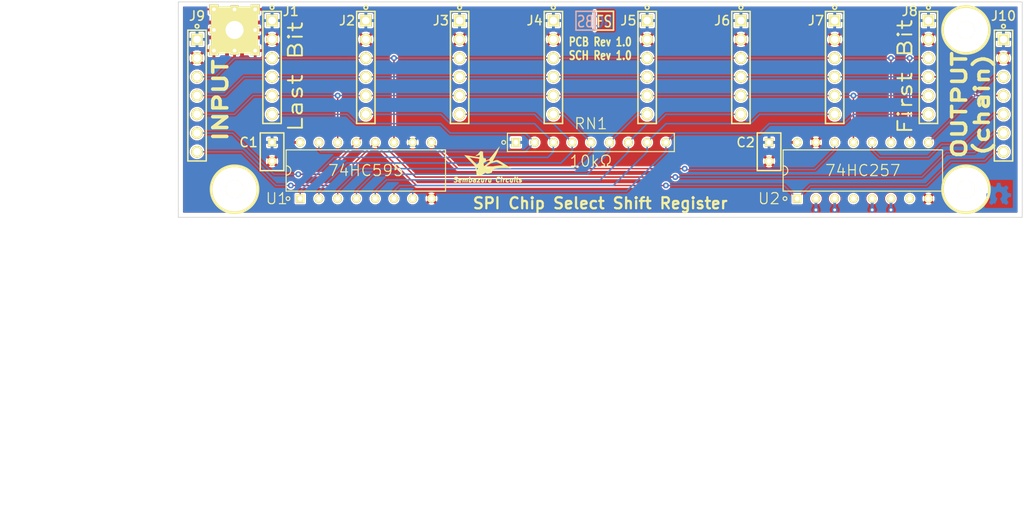
<source format=kicad_pcb>
(kicad_pcb (version 4) (host pcbnew "(2015-01-30 BZR 5397)-product")
  (title_block (title "SPI Shift Register 8 Device Select") (date "Wednesday, December 31, 2014") (rev 1.0) (company "Sembazuru Circuits") (comment 4 "v1.0 - First iteration"))
  (layers (0 F.Cu signal) (31 B.Cu signal) (34 B.Paste user) (35 F.Paste user) (36 B.SilkS user) (37 F.SilkS user) (38 B.Mask user) (39 F.Mask user) (44 Edge.Cuts user))
  (net 0 "")
  (net 1 VCC)
  (net 2 GND)
  (net 3 /MOSI)
  (net 4 /MISO)
  (net 5 /SCK)
  (net 6 /~CS1)
  (net 7 /~CS2)
  (net 8 /~CS3)
  (net 9 /~CS4)
  (net 10 /~CS5)
  (net 11 /~CS6)
  (net 12 /~CS7)
  (net 13 /~CS8)
  (net 14 /~rCS)
  (net 15 /~dCS)
  (net 16 /SCKdelayed)
  (net 17 /SerChain)
  (net 18 /MOSI/Ser)
  (module "ipc-7251TH Standard:MTGP635H244V8P" (layer F.Cu) (at 83.82 80.01)
    (fp_text reference MH1 hide)
    (fp_text value "#2 Free Fit" hide)
    (pad 0 thru_hole rect (at 0 0 180) (size 6.35 6.35) (drill 2.4384) (layers *.Cu *.Mask F.SilkS) (net 2 GND) (thermal_gap 0.254))
    (pad 0 thru_hole rect (at 0 2.794) (size 1.016 1.143) (drill 0.508) (layers *.Cu *.Mask F.SilkS) (net 2 GND))
    (pad 0 thru_hole rect (at 2.794 2.794) (size 1.27 1.27) (drill 0.508) (layers *.Cu *.Mask F.SilkS) (net 2 GND))
    (pad 0 thru_hole rect (at 2.794 0) (size 1.143 1.016) (drill 0.508) (layers *.Cu *.Mask F.SilkS) (net 2 GND))
    (pad 0 thru_hole rect (at 2.794 -2.794) (size 1.27 1.27) (drill 0.508) (layers *.Cu *.Mask F.SilkS) (net 2 GND))
    (pad 0 thru_hole rect (at 0 -2.794) (size 1.016 1.143) (drill 0.508) (layers *.Cu *.Mask F.SilkS) (net 2 GND))
    (pad 0 thru_hole rect (at -2.794 -2.794) (size 1.27 1.27) (drill 0.508) (layers *.Cu *.Mask F.SilkS) (net 2 GND))
    (pad 0 thru_hole rect (at -2.794 0) (size 1.143 1.016) (drill 0.508) (layers *.Cu *.Mask F.SilkS) (net 2 GND))
    (pad 0 thru_hole rect (at -2.794 2.794) (size 1.27 1.27) (drill 0.508) (layers *.Cu *.Mask F.SilkS) (net 2 GND))
  )
  (module "ipc-7251TH Standard:CAPRR254W51L508T318H660P" (layer F.Cu) (at 88.9 96.52 270)
    (fp_text reference C1 (at -1.27 3.175 360) (layer F.SilkS) (effects (font (size 1.27 1.27) (thickness 0.2032))))
    (fp_text value 0.1µF hide)
    (pad 1 thru_hole rect (at -1.27 0 270) (size 1.12014 1.12014) (drill 0.70104) (layers *.Cu *.Mask F.SilkS) (net 1 VCC))
    (pad 2 thru_hole circle (at 1.27 0 270) (size 1.19888 1.19888) (drill 0.70104) (layers *.Cu *.Mask F.SilkS) (net 2 GND))
  )
  (module "ipc-7251TH Standard:CAPRR254W51L508T318H660P" (layer F.Cu) (at 156.21 96.52 270)
    (fp_text reference C2 (at -1.27 3.175 360) (layer F.SilkS) (effects (font (size 1.27 1.27) (thickness 0.2032))))
    (fp_text value 0.1µF hide)
    (pad 1 thru_hole rect (at -1.27 0 270) (size 1.12014 1.12014) (drill 0.70104) (layers *.Cu *.Mask F.SilkS) (net 1 VCC))
    (pad 2 thru_hole circle (at 1.27 0 270) (size 1.19888 1.19888) (drill 0.70104) (layers *.Cu *.Mask F.SilkS) (net 2 GND))
  )
  (module "ipc-7251TH Standard:HDRV6W64P254_1X6_1524X254X1016P" (layer F.Cu) (at 88.9 85.09 270)
    (fp_text reference J1 (at -7.62 -2.54 360) (layer F.SilkS) (effects (font (size 1.27 1.27) (thickness 0.2032))))
    (fp_text value CONN_06 hide)
    (pad 1 thru_hole rect (at -6.35 0 270) (size 1.6002 1.6002) (drill 1.04902) (layers *.Cu *.Mask F.SilkS) (net 1 VCC))
    (pad 2 thru_hole circle (at -3.81 0 270) (size 1.6002 1.6002) (drill 1.04902) (layers *.Cu *.Mask F.SilkS) (net 2 GND))
    (pad 3 thru_hole circle (at -1.27 0 270) (size 1.6002 1.6002) (drill 1.04902) (layers *.Cu *.Mask F.SilkS) (net 5 /SCK))
    (pad 4 thru_hole circle (at 1.27 0 270) (size 1.6002 1.6002) (drill 1.04902) (layers *.Cu *.Mask F.SilkS) (net 4 /MISO))
    (pad 5 thru_hole circle (at 3.81 0 270) (size 1.6002 1.6002) (drill 1.04902) (layers *.Cu *.Mask F.SilkS) (net 3 /MOSI))
    (pad 6 thru_hole circle (at 6.35 0 270) (size 1.6002 1.6002) (drill 1.04902) (layers *.Cu *.Mask F.SilkS) (net 6 /~CS1))
  )
  (module "ipc-7251TH Standard:HDRV6W64P254_1X6_1524X254X1016P" (layer F.Cu) (at 101.6 85.09 270)
    (fp_text reference J2 (at -6.35 2.54 360) (layer F.SilkS) (effects (font (size 1.27 1.27) (thickness 0.2032))))
    (fp_text value CONN_06 hide)
    (pad 1 thru_hole rect (at -6.35 0 270) (size 1.6002 1.6002) (drill 1.04902) (layers *.Cu *.Mask F.SilkS) (net 1 VCC))
    (pad 2 thru_hole circle (at -3.81 0 270) (size 1.6002 1.6002) (drill 1.04902) (layers *.Cu *.Mask F.SilkS) (net 2 GND))
    (pad 3 thru_hole circle (at -1.27 0 270) (size 1.6002 1.6002) (drill 1.04902) (layers *.Cu *.Mask F.SilkS) (net 5 /SCK))
    (pad 4 thru_hole circle (at 1.27 0 270) (size 1.6002 1.6002) (drill 1.04902) (layers *.Cu *.Mask F.SilkS) (net 4 /MISO))
    (pad 5 thru_hole circle (at 3.81 0 270) (size 1.6002 1.6002) (drill 1.04902) (layers *.Cu *.Mask F.SilkS) (net 3 /MOSI))
    (pad 6 thru_hole circle (at 6.35 0 270) (size 1.6002 1.6002) (drill 1.04902) (layers *.Cu *.Mask F.SilkS) (net 7 /~CS2))
  )
  (module "ipc-7251TH Standard:HDRV6W64P254_1X6_1524X254X1016P" (layer F.Cu) (at 114.3 85.09 270)
    (fp_text reference J3 (at -6.35 2.54 360) (layer F.SilkS) (effects (font (size 1.27 1.27) (thickness 0.2032))))
    (fp_text value CONN_06 hide)
    (pad 1 thru_hole rect (at -6.35 0 270) (size 1.6002 1.6002) (drill 1.04902) (layers *.Cu *.Mask F.SilkS) (net 1 VCC))
    (pad 2 thru_hole circle (at -3.81 0 270) (size 1.6002 1.6002) (drill 1.04902) (layers *.Cu *.Mask F.SilkS) (net 2 GND))
    (pad 3 thru_hole circle (at -1.27 0 270) (size 1.6002 1.6002) (drill 1.04902) (layers *.Cu *.Mask F.SilkS) (net 5 /SCK))
    (pad 4 thru_hole circle (at 1.27 0 270) (size 1.6002 1.6002) (drill 1.04902) (layers *.Cu *.Mask F.SilkS) (net 4 /MISO))
    (pad 5 thru_hole circle (at 3.81 0 270) (size 1.6002 1.6002) (drill 1.04902) (layers *.Cu *.Mask F.SilkS) (net 3 /MOSI))
    (pad 6 thru_hole circle (at 6.35 0 270) (size 1.6002 1.6002) (drill 1.04902) (layers *.Cu *.Mask F.SilkS) (net 8 /~CS3))
  )
  (module "ipc-7251TH Standard:HDRV6W64P254_1X6_1524X254X1016P" (layer F.Cu) (at 127 85.09 270)
    (fp_text reference J4 (at -6.35 2.54 360) (layer F.SilkS) (effects (font (size 1.27 1.27) (thickness 0.2032))))
    (fp_text value CONN_06 hide)
    (pad 1 thru_hole rect (at -6.35 0 270) (size 1.6002 1.6002) (drill 1.04902) (layers *.Cu *.Mask F.SilkS) (net 1 VCC))
    (pad 2 thru_hole circle (at -3.81 0 270) (size 1.6002 1.6002) (drill 1.04902) (layers *.Cu *.Mask F.SilkS) (net 2 GND))
    (pad 3 thru_hole circle (at -1.27 0 270) (size 1.6002 1.6002) (drill 1.04902) (layers *.Cu *.Mask F.SilkS) (net 5 /SCK))
    (pad 4 thru_hole circle (at 1.27 0 270) (size 1.6002 1.6002) (drill 1.04902) (layers *.Cu *.Mask F.SilkS) (net 4 /MISO))
    (pad 5 thru_hole circle (at 3.81 0 270) (size 1.6002 1.6002) (drill 1.04902) (layers *.Cu *.Mask F.SilkS) (net 3 /MOSI))
    (pad 6 thru_hole circle (at 6.35 0 270) (size 1.6002 1.6002) (drill 1.04902) (layers *.Cu *.Mask F.SilkS) (net 9 /~CS4))
  )
  (module "ipc-7251TH Standard:HDRV6W64P254_1X6_1524X254X1016P" (layer F.Cu) (at 139.7 85.09 270)
    (fp_text reference J5 (at -6.35 2.54 360) (layer F.SilkS) (effects (font (size 1.27 1.27) (thickness 0.2032))))
    (fp_text value CONN_06 hide)
    (pad 1 thru_hole rect (at -6.35 0 270) (size 1.6002 1.6002) (drill 1.04902) (layers *.Cu *.Mask F.SilkS) (net 1 VCC))
    (pad 2 thru_hole circle (at -3.81 0 270) (size 1.6002 1.6002) (drill 1.04902) (layers *.Cu *.Mask F.SilkS) (net 2 GND))
    (pad 3 thru_hole circle (at -1.27 0 270) (size 1.6002 1.6002) (drill 1.04902) (layers *.Cu *.Mask F.SilkS) (net 5 /SCK))
    (pad 4 thru_hole circle (at 1.27 0 270) (size 1.6002 1.6002) (drill 1.04902) (layers *.Cu *.Mask F.SilkS) (net 4 /MISO))
    (pad 5 thru_hole circle (at 3.81 0 270) (size 1.6002 1.6002) (drill 1.04902) (layers *.Cu *.Mask F.SilkS) (net 3 /MOSI))
    (pad 6 thru_hole circle (at 6.35 0 270) (size 1.6002 1.6002) (drill 1.04902) (layers *.Cu *.Mask F.SilkS) (net 10 /~CS5))
  )
  (module "ipc-7251TH Standard:HDRV6W64P254_1X6_1524X254X1016P" (layer F.Cu) (at 152.4 85.09 270)
    (fp_text reference J6 (at -6.35 2.54 360) (layer F.SilkS) (effects (font (size 1.27 1.27) (thickness 0.2032))))
    (fp_text value CONN_06 hide)
    (pad 1 thru_hole rect (at -6.35 0 270) (size 1.6002 1.6002) (drill 1.04902) (layers *.Cu *.Mask F.SilkS) (net 1 VCC))
    (pad 2 thru_hole circle (at -3.81 0 270) (size 1.6002 1.6002) (drill 1.04902) (layers *.Cu *.Mask F.SilkS) (net 2 GND))
    (pad 3 thru_hole circle (at -1.27 0 270) (size 1.6002 1.6002) (drill 1.04902) (layers *.Cu *.Mask F.SilkS) (net 5 /SCK))
    (pad 4 thru_hole circle (at 1.27 0 270) (size 1.6002 1.6002) (drill 1.04902) (layers *.Cu *.Mask F.SilkS) (net 4 /MISO))
    (pad 5 thru_hole circle (at 3.81 0 270) (size 1.6002 1.6002) (drill 1.04902) (layers *.Cu *.Mask F.SilkS) (net 3 /MOSI))
    (pad 6 thru_hole circle (at 6.35 0 270) (size 1.6002 1.6002) (drill 1.04902) (layers *.Cu *.Mask F.SilkS) (net 11 /~CS6))
  )
  (module "ipc-7251TH Standard:HDRV6W64P254_1X6_1524X254X1016P" (layer F.Cu) (at 165.1 85.09 270)
    (fp_text reference J7 (at -6.35 2.54 360) (layer F.SilkS) (effects (font (size 1.27 1.27) (thickness 0.2032))))
    (fp_text value CONN_06 hide)
    (pad 1 thru_hole rect (at -6.35 0 270) (size 1.6002 1.6002) (drill 1.04902) (layers *.Cu *.Mask F.SilkS) (net 1 VCC))
    (pad 2 thru_hole circle (at -3.81 0 270) (size 1.6002 1.6002) (drill 1.04902) (layers *.Cu *.Mask F.SilkS) (net 2 GND))
    (pad 3 thru_hole circle (at -1.27 0 270) (size 1.6002 1.6002) (drill 1.04902) (layers *.Cu *.Mask F.SilkS) (net 5 /SCK))
    (pad 4 thru_hole circle (at 1.27 0 270) (size 1.6002 1.6002) (drill 1.04902) (layers *.Cu *.Mask F.SilkS) (net 4 /MISO))
    (pad 5 thru_hole circle (at 3.81 0 270) (size 1.6002 1.6002) (drill 1.04902) (layers *.Cu *.Mask F.SilkS) (net 3 /MOSI))
    (pad 6 thru_hole circle (at 6.35 0 270) (size 1.6002 1.6002) (drill 1.04902) (layers *.Cu *.Mask F.SilkS) (net 12 /~CS7))
  )
  (module "ipc-7251TH Standard:HDRV6W64P254_1X6_1524X254X1016P" (layer F.Cu) (at 177.8 85.09 270)
    (fp_text reference J8 (at -7.62 2.54 360) (layer F.SilkS) (effects (font (size 1.27 1.27) (thickness 0.2032))))
    (fp_text value CONN_06 hide)
    (pad 1 thru_hole rect (at -6.35 0 270) (size 1.6002 1.6002) (drill 1.04902) (layers *.Cu *.Mask F.SilkS) (net 1 VCC))
    (pad 2 thru_hole circle (at -3.81 0 270) (size 1.6002 1.6002) (drill 1.04902) (layers *.Cu *.Mask F.SilkS) (net 2 GND))
    (pad 3 thru_hole circle (at -1.27 0 270) (size 1.6002 1.6002) (drill 1.04902) (layers *.Cu *.Mask F.SilkS) (net 5 /SCK))
    (pad 4 thru_hole circle (at 1.27 0 270) (size 1.6002 1.6002) (drill 1.04902) (layers *.Cu *.Mask F.SilkS) (net 4 /MISO))
    (pad 5 thru_hole circle (at 3.81 0 270) (size 1.6002 1.6002) (drill 1.04902) (layers *.Cu *.Mask F.SilkS) (net 3 /MOSI))
    (pad 6 thru_hole circle (at 6.35 0 270) (size 1.6002 1.6002) (drill 1.04902) (layers *.Cu *.Mask F.SilkS) (net 13 /~CS8))
  )
  (module "ipc-7251TH Standard:HDRV7W64P254_1X7_1778X254X1016P" (layer F.Cu) (at 78.74 88.9 270)
    (fp_text reference J9 (at -10.795 0 360) (layer F.SilkS) (effects (font (size 1.27 1.27) (thickness 0.2032))))
    (fp_text value CONN_07 hide)
    (pad 7 thru_hole circle (at 7.62 0 270) (size 1.6002 1.6002) (drill 1.04902) (layers *.Cu *.Mask F.SilkS) (net 14 /~rCS))
    (pad 1 thru_hole rect (at -7.62 0 270) (size 1.6002 1.6002) (drill 1.04902) (layers *.Cu *.Mask F.SilkS) (net 1 VCC))
    (pad 2 thru_hole circle (at -5.08 0 270) (size 1.6002 1.6002) (drill 1.04902) (layers *.Cu *.Mask F.SilkS) (net 2 GND))
    (pad 3 thru_hole circle (at -2.54 0 270) (size 1.6002 1.6002) (drill 1.04902) (layers *.Cu *.Mask F.SilkS) (net 5 /SCK))
    (pad 4 thru_hole circle (at 0 0 270) (size 1.6002 1.6002) (drill 1.04902) (layers *.Cu *.Mask F.SilkS) (net 4 /MISO))
    (pad 5 thru_hole circle (at 2.54 0 270) (size 1.6002 1.6002) (drill 1.04902) (layers *.Cu *.Mask F.SilkS) (net 3 /MOSI))
    (pad 6 thru_hole circle (at 5.08 0 270) (size 1.6002 1.6002) (drill 1.04902) (layers *.Cu *.Mask F.SilkS) (net 15 /~dCS))
  )
  (module "ipc-7251TH Standard:HDRV7W64P254_1X7_1778X254X1016P" (layer F.Cu) (at 187.96 88.9 270)
    (fp_text reference J10 (at -10.795 0 360) (layer F.SilkS) (effects (font (size 1.27 1.27) (thickness 0.2032))))
    (fp_text value CONN_07 hide)
    (pad 7 thru_hole circle (at 7.62 0 270) (size 1.6002 1.6002) (drill 1.04902) (layers *.Cu *.Mask F.SilkS) (net 14 /~rCS))
    (pad 1 thru_hole rect (at -7.62 0 270) (size 1.6002 1.6002) (drill 1.04902) (layers *.Cu *.Mask F.SilkS) (net 1 VCC))
    (pad 2 thru_hole circle (at -5.08 0 270) (size 1.6002 1.6002) (drill 1.04902) (layers *.Cu *.Mask F.SilkS) (net 2 GND))
    (pad 3 thru_hole circle (at -2.54 0 270) (size 1.6002 1.6002) (drill 1.04902) (layers *.Cu *.Mask F.SilkS) (net 16 /SCKdelayed))
    (pad 4 thru_hole circle (at 0 0 270) (size 1.6002 1.6002) (drill 1.04902) (layers *.Cu *.Mask F.SilkS) (net 4 /MISO))
    (pad 5 thru_hole circle (at 2.54 0 270) (size 1.6002 1.6002) (drill 1.04902) (layers *.Cu *.Mask F.SilkS) (net 18 /MOSI/Ser))
    (pad 6 thru_hole circle (at 5.08 0 270) (size 1.6002 1.6002) (drill 1.04902) (layers *.Cu *.Mask F.SilkS) (net 15 /~dCS))
  )
  (module "ipc-7251TH Standard:DIP762W52P254L2159H381Q16C" (layer F.Cu) (at 101.6 99.06 90)
    (fp_text reference U1 (at -3.81 -12.065 180) (layer F.SilkS) (effects (font (size 1.5 1.5))))
    (fp_text value 74HC595 (at 0 0 180) (layer F.SilkS) (effects (font (size 1.5 1.5))))
    (pad 1 thru_hole rect (at -3.81 -8.89 90) (size 1.17 1.17) (drill 0.67) (layers *.Cu *.Mask F.SilkS) (net 7 /~CS2))
    (pad 2 thru_hole circle (at -3.81 -6.35 90) (size 1.17 1.17) (drill 0.67) (layers *.Cu *.Mask F.SilkS) (net 8 /~CS3))
    (pad 3 thru_hole circle (at -3.81 -3.81 90) (size 1.17 1.17) (drill 0.67) (layers *.Cu *.Mask F.SilkS) (net 9 /~CS4))
    (pad 4 thru_hole circle (at -3.81 -1.27 90) (size 1.17 1.17) (drill 0.67) (layers *.Cu *.Mask F.SilkS) (net 10 /~CS5))
    (pad 5 thru_hole circle (at -3.81 1.27 90) (size 1.17 1.17) (drill 0.67) (layers *.Cu *.Mask F.SilkS) (net 11 /~CS6))
    (pad 6 thru_hole circle (at -3.81 3.81 90) (size 1.17 1.17) (drill 0.67) (layers *.Cu *.Mask F.SilkS) (net 12 /~CS7))
    (pad 7 thru_hole circle (at -3.81 6.35 90) (size 1.17 1.17) (drill 0.67) (layers *.Cu *.Mask F.SilkS) (net 13 /~CS8))
    (pad 8 thru_hole circle (at -3.81 8.89 90) (size 1.17 1.17) (drill 0.67) (layers *.Cu *.Mask F.SilkS) (net 2 GND))
    (pad 9 thru_hole circle (at 3.81 8.89 90) (size 1.17 1.17) (drill 0.67) (layers *.Cu *.Mask F.SilkS) (net 17 /SerChain))
    (pad 10 thru_hole circle (at 3.81 6.35 90) (size 1.17 1.17) (drill 0.67) (layers *.Cu *.Mask F.SilkS) (net 1 VCC))
    (pad 11 thru_hole circle (at 3.81 3.81 90) (size 1.17 1.17) (drill 0.67) (layers *.Cu *.Mask F.SilkS) (net 5 /SCK))
    (pad 12 thru_hole circle (at 3.81 1.27 90) (size 1.17 1.17) (drill 0.67) (layers *.Cu *.Mask F.SilkS) (net 14 /~rCS))
    (pad 13 thru_hole circle (at 3.81 -1.27 90) (size 1.17 1.17) (drill 0.67) (layers *.Cu *.Mask F.SilkS) (net 15 /~dCS))
    (pad 14 thru_hole circle (at 3.81 -3.81 90) (size 1.17 1.17) (drill 0.67) (layers *.Cu *.Mask F.SilkS) (net 3 /MOSI))
    (pad 15 thru_hole circle (at 3.81 -6.35 90) (size 1.17 1.17) (drill 0.67) (layers *.Cu *.Mask F.SilkS) (net 6 /~CS1))
    (pad 16 thru_hole circle (at 3.81 -8.89 90) (size 1.17 1.17) (drill 0.67) (layers *.Cu *.Mask F.SilkS) (net 1 VCC))
  )
  (module "ipc-7251TH Standard:DIP762W52P254L2159H381Q16C" (layer F.Cu) (at 168.91 99.06 90)
    (fp_text reference U2 (at -3.81 -12.7 180) (layer F.SilkS) (effects (font (size 1.5 1.5))))
    (fp_text value 74HC257 (at 0 0 180) (layer F.SilkS) (effects (font (size 1.5 1.5))))
    (pad 1 thru_hole rect (at -3.81 -8.89 90) (size 1.17 1.17) (drill 0.67) (layers *.Cu *.Mask F.SilkS) (net 14 /~rCS))
    (pad 2 thru_hole circle (at -3.81 -6.35 90) (size 1.17 1.17) (drill 0.67) (layers *.Cu *.Mask F.SilkS) (net 2 GND))
    (pad 3 thru_hole circle (at -3.81 -3.81 90) (size 1.17 1.17) (drill 0.67) (layers *.Cu *.Mask F.SilkS) (net 2 GND))
    (pad 4 thru_hole circle (at -3.81 -1.27 90) (size 1.17 1.17) (drill 0.67) (layers *.Cu *.Mask F.SilkS))
    (pad 5 thru_hole circle (at -3.81 1.27 90) (size 1.17 1.17) (drill 0.67) (layers *.Cu *.Mask F.SilkS) (net 2 GND))
    (pad 6 thru_hole circle (at -3.81 3.81 90) (size 1.17 1.17) (drill 0.67) (layers *.Cu *.Mask F.SilkS) (net 2 GND))
    (pad 7 thru_hole circle (at -3.81 6.35 90) (size 1.17 1.17) (drill 0.67) (layers *.Cu *.Mask F.SilkS))
    (pad 8 thru_hole circle (at -3.81 8.89 90) (size 1.17 1.17) (drill 0.67) (layers *.Cu *.Mask F.SilkS) (net 2 GND))
    (pad 9 thru_hole circle (at 3.81 8.89 90) (size 1.17 1.17) (drill 0.67) (layers *.Cu *.Mask F.SilkS) (net 16 /SCKdelayed))
    (pad 10 thru_hole circle (at 3.81 6.35 90) (size 1.17 1.17) (drill 0.67) (layers *.Cu *.Mask F.SilkS) (net 5 /SCK))
    (pad 11 thru_hole circle (at 3.81 3.81 90) (size 1.17 1.17) (drill 0.67) (layers *.Cu *.Mask F.SilkS) (net 5 /SCK))
    (pad 12 thru_hole circle (at 3.81 1.27 90) (size 1.17 1.17) (drill 0.67) (layers *.Cu *.Mask F.SilkS) (net 18 /MOSI/Ser))
    (pad 13 thru_hole circle (at 3.81 -1.27 90) (size 1.17 1.17) (drill 0.67) (layers *.Cu *.Mask F.SilkS) (net 3 /MOSI))
    (pad 14 thru_hole circle (at 3.81 -3.81 90) (size 1.17 1.17) (drill 0.67) (layers *.Cu *.Mask F.SilkS) (net 17 /SerChain))
    (pad 15 thru_hole circle (at 3.81 -6.35 90) (size 1.17 1.17) (drill 0.67) (layers *.Cu *.Mask F.SilkS) (net 2 GND))
    (pad 16 thru_hole circle (at 3.81 -8.89 90) (size 1.17 1.17) (drill 0.67) (layers *.Cu *.Mask F.SilkS) (net 1 VCC))
  )
  (module "ipc-7251TH Standard:SIP249W55P254L2261H495Q9C" (layer F.Cu) (at 132.08 95.25)
    (fp_text reference RN1 (at 0 -2.54) (layer F.SilkS) (effects (font (size 1.5 1.5))))
    (fp_text value 10kΩ (at 0 2.54) (layer F.SilkS) (effects (font (size 1.5 1.5))))
    (pad 1 thru_hole rect (at -10.16 0) (size 1.2 1.2) (drill 0.7) (layers *.Cu *.Mask F.SilkS) (net 1 VCC))
    (pad 2 thru_hole circle (at -7.62 0) (size 1.2 1.2) (drill 0.7) (layers *.Cu *.Mask F.SilkS) (net 6 /~CS1))
    (pad 3 thru_hole circle (at -5.08 0) (size 1.2 1.2) (drill 0.7) (layers *.Cu *.Mask F.SilkS) (net 7 /~CS2))
    (pad 4 thru_hole circle (at -2.54 0) (size 1.2 1.2) (drill 0.7) (layers *.Cu *.Mask F.SilkS) (net 8 /~CS3))
    (pad 5 thru_hole circle (at 0 0) (size 1.2 1.2) (drill 0.7) (layers *.Cu *.Mask F.SilkS) (net 9 /~CS4))
    (pad 6 thru_hole circle (at 2.54 0) (size 1.2 1.2) (drill 0.7) (layers *.Cu *.Mask F.SilkS) (net 10 /~CS5))
    (pad 7 thru_hole circle (at 5.08 0) (size 1.2 1.2) (drill 0.7) (layers *.Cu *.Mask F.SilkS) (net 11 /~CS6))
    (pad 8 thru_hole circle (at 7.62 0) (size 1.2 1.2) (drill 0.7) (layers *.Cu *.Mask F.SilkS) (net 12 /~CS7))
    (pad 9 thru_hole circle (at 10.16 0) (size 1.2 1.2) (drill 0.7) (layers *.Cu *.Mask F.SilkS) (net 13 /~CS8))
  )
  (module Logos:OSHW_03mm_copper (layer B.Cu) (at 187.325 102.235 180)
    (fp_text reference G*** hide)
    (fp_text value LOGO hide)
    (fp_poly (pts (xy -1.01092 -1.4986) (xy -0.99314 -1.48844) (xy -0.95504 -1.46558) (xy -0.89916 -1.42748) (xy -0.83312 -1.3843) (xy -0.76708 -1.33858) (xy -0.7112 -1.30302) (xy -0.6731 -1.27762) (xy -0.65786 -1.27) (xy -0.65024 -1.27254) (xy -0.61722 -1.28778) (xy -0.57404 -1.31064) (xy -0.5461 -1.32588) (xy -0.50546 -1.34366) (xy -0.4826 -1.3462) (xy -0.48006 -1.34112) (xy -0.46482 -1.31064) (xy -0.44196 -1.25476) (xy -0.40894 -1.18364) (xy -0.37338 -1.09728) (xy -0.33528 -1.00584) (xy -0.29464 -0.9144) (xy -0.25908 -0.8255) (xy -0.22606 -0.74422) (xy -0.20066 -0.67818) (xy -0.18288 -0.635) (xy -0.17526 -0.61468) (xy -0.1778 -0.6096) (xy -0.19812 -0.58928) (xy -0.23622 -0.56388) (xy -0.31496 -0.49784) (xy -0.3937 -0.40132) (xy -0.43942 -0.2921) (xy -0.4572 -0.16764) (xy -0.44196 -0.05334) (xy -0.39878 0.05334) (xy -0.32258 0.1524) (xy -0.2286 0.22606) (xy -0.12192 0.27178) (xy 0 0.28702) (xy 0.1143 0.27432) (xy 0.22606 0.2286) (xy 0.32512 0.15494) (xy 0.3683 0.10668) (xy 0.42418 0.00762) (xy 0.4572 -0.09906) (xy 0.45974 -0.127) (xy 0.45466 -0.24384) (xy 0.42164 -0.3556) (xy 0.35814 -0.45466) (xy 0.27432 -0.53848) (xy 0.26162 -0.5461) (xy 0.22352 -0.57658) (xy 0.19558 -0.5969) (xy 0.17526 -0.61214) (xy 0.32512 -0.97282) (xy 0.34798 -1.0287) (xy 0.38862 -1.12776) (xy 0.42418 -1.21158) (xy 0.45466 -1.28016) (xy 0.47498 -1.32588) (xy 0.4826 -1.34366) (xy 0.4826 -1.34366) (xy 0.49784 -1.3462) (xy 0.52324 -1.33604) (xy 0.57404 -1.31318) (xy 0.60706 -1.2954) (xy 0.64516 -1.27762) (xy 0.66294 -1.27) (xy 0.67818 -1.27762) (xy 0.71374 -1.30048) (xy 0.76708 -1.33604) (xy 0.83312 -1.38176) (xy 0.89408 -1.4224) (xy 0.94996 -1.4605) (xy 0.9906 -1.4859) (xy 1.01092 -1.49606) (xy 1.01346 -1.49606) (xy 1.03124 -1.4859) (xy 1.06426 -1.4605) (xy 1.11252 -1.41478) (xy 1.1811 -1.3462) (xy 1.19126 -1.3335) (xy 1.24968 -1.27762) (xy 1.2954 -1.22936) (xy 1.32588 -1.1938) (xy 1.33858 -1.17856) (xy 1.33858 -1.17856) (xy 1.32842 -1.15824) (xy 1.30048 -1.1176) (xy 1.26492 -1.05918) (xy 1.2192 -0.99314) (xy 1.09982 -0.82042) (xy 1.16586 -0.65786) (xy 1.18618 -0.60706) (xy 1.21158 -0.5461) (xy 1.22936 -0.50292) (xy 1.23952 -0.48514) (xy 1.2573 -0.47752) (xy 1.30048 -0.46736) (xy 1.36652 -0.45466) (xy 1.44272 -0.43942) (xy 1.51638 -0.42672) (xy 1.58242 -0.41402) (xy 1.63068 -0.40386) (xy 1.65354 -0.40132) (xy 1.65862 -0.39624) (xy 1.6637 -0.38608) (xy 1.66624 -0.36322) (xy 1.66624 -0.32258) (xy 1.66878 -0.25908) (xy 1.66878 -0.16764) (xy 1.66878 -0.15748) (xy 1.66624 -0.07112) (xy 1.66624 0) (xy 1.6637 0.04318) (xy 1.66116 0.06096) (xy 1.66116 0.06096) (xy 1.6383 0.06604) (xy 1.59258 0.0762) (xy 1.52654 0.0889) (xy 1.4478 0.10414) (xy 1.44272 0.10668) (xy 1.36398 0.12192) (xy 1.2954 0.13462) (xy 1.24968 0.14478) (xy 1.2319 0.1524) (xy 1.22682 0.15748) (xy 1.21158 0.18796) (xy 1.18872 0.23622) (xy 1.16078 0.29718) (xy 1.13538 0.35814) (xy 1.11506 0.41402) (xy 1.09982 0.4572) (xy 1.09474 0.47498) (xy 1.09474 0.47498) (xy 1.10744 0.4953) (xy 1.13284 0.53594) (xy 1.17094 0.59182) (xy 1.2192 0.6604) (xy 1.22174 0.66548) (xy 1.26746 0.73152) (xy 1.30302 0.7874) (xy 1.32842 0.82804) (xy 1.33858 0.84582) (xy 1.33604 0.84836) (xy 1.32334 0.86614) (xy 1.28778 0.90424) (xy 1.23952 0.95504) (xy 1.1811 1.016) (xy 1.16332 1.03378) (xy 1.09728 1.09728) (xy 1.05156 1.13792) (xy 1.02362 1.16078) (xy 1.01092 1.16586) (xy 1.01092 1.16586) (xy 0.9906 1.15316) (xy 0.94742 1.12522) (xy 0.89154 1.08712) (xy 0.82296 1.0414) (xy 0.81788 1.03632) (xy 0.75184 0.9906) (xy 0.69596 0.95504) (xy 0.65786 0.9271) (xy 0.64008 0.91694) (xy 0.63754 0.91694) (xy 0.6096 0.92456) (xy 0.56134 0.94234) (xy 0.50292 0.9652) (xy 0.44196 0.9906) (xy 0.38608 1.01346) (xy 0.3429 1.03124) (xy 0.32512 1.04394) (xy 0.32258 1.04394) (xy 0.3175 1.06934) (xy 0.3048 1.1176) (xy 0.28956 1.18618) (xy 0.27432 1.27) (xy 0.27178 1.2827) (xy 0.25654 1.36144) (xy 0.24384 1.42748) (xy 0.23622 1.4732) (xy 0.23114 1.49098) (xy 0.21844 1.49352) (xy 0.18034 1.49606) (xy 0.12192 1.4986) (xy 0.0508 1.4986) (xy -0.0254 1.4986) (xy -0.09906 1.49606) (xy -0.16002 1.49606) (xy -0.20574 1.49098) (xy -0.22606 1.48844) (xy -0.22606 1.4859) (xy -0.23368 1.46304) (xy -0.24384 1.41224) (xy -0.25654 1.34366) (xy -0.27432 1.26238) (xy -0.27686 1.24714) (xy -0.2921 1.1684) (xy -0.3048 1.10236) (xy -0.31496 1.05664) (xy -0.32004 1.03886) (xy -0.32512 1.03632) (xy -0.35814 1.02108) (xy -0.41148 1.00076) (xy -0.47752 0.97282) (xy -0.62992 0.91186) (xy -0.81788 1.03886) (xy -0.83566 1.05156) (xy -0.9017 1.09728) (xy -0.95758 1.13538) (xy -0.99568 1.15824) (xy -1.01346 1.1684) (xy -1.01346 1.1684) (xy -1.03378 1.15062) (xy -1.06934 1.1176) (xy -1.12014 1.0668) (xy -1.17856 1.00838) (xy -1.22428 0.9652) (xy -1.27508 0.91186) (xy -1.3081 0.8763) (xy -1.32588 0.85344) (xy -1.33096 0.84074) (xy -1.33096 0.83058) (xy -1.31826 0.8128) (xy -1.29032 0.76962) (xy -1.25222 0.71374) (xy -1.2065 0.6477) (xy -1.1684 0.59182) (xy -1.12776 0.52832) (xy -1.10236 0.48514) (xy -1.0922 0.46228) (xy -1.09474 0.45212) (xy -1.10744 0.41656) (xy -1.1303 0.36068) (xy -1.15824 0.29464) (xy -1.22428 0.14732) (xy -1.3208 0.127) (xy -1.37922 0.11684) (xy -1.46304 0.1016) (xy -1.54178 0.08636) (xy -1.6637 0.06096) (xy -1.66878 -0.38862) (xy -1.64846 -0.39624) (xy -1.63068 -0.40132) (xy -1.58496 -0.41148) (xy -1.52146 -0.42418) (xy -1.44272 -0.43942) (xy -1.37922 -0.45212) (xy -1.31318 -0.46482) (xy -1.26492 -0.47244) (xy -1.2446 -0.47752) (xy -1.23952 -0.48514) (xy -1.22174 -0.51562) (xy -1.19888 -0.56642) (xy -1.17348 -0.62738) (xy -1.14554 -0.69088) (xy -1.12268 -0.7493) (xy -1.10744 -0.79502) (xy -1.09982 -0.81788) (xy -1.10998 -0.83566) (xy -1.13538 -0.87376) (xy -1.17094 -0.92964) (xy -1.21666 -0.99568) (xy -1.25984 -1.05918) (xy -1.29794 -1.1176) (xy -1.32334 -1.1557) (xy -1.33604 -1.17602) (xy -1.33096 -1.18872) (xy -1.30302 -1.2192) (xy -1.25476 -1.27) (xy -1.1811 -1.34366) (xy -1.1684 -1.35382) (xy -1.10998 -1.41224) (xy -1.06172 -1.45796) (xy -1.02616 -1.48844) (xy -1.01092 -1.4986)) (layer B.Cu) (width 0.00254))
  )
  (module Logos:crane_0.25in_silkscreen (layer F.Cu) (at 118.11 97.79)
    (fp_text reference G*** hide)
    (fp_text value LOGO hide)
  )
  (module "ipc-7251TH Standard:MTGNP635H244Z635P" (layer F.Cu) (at 182.88 80.01)
    (fp_text reference MH2 hide)
    (fp_text value "#2 Free Fit" hide)
    (pad "" np_thru_hole circle (at 0 0) (size 2.44 2.44) (drill 2.44) (layers *.Cu *.Mask F.SilkS) (clearance 1.995))
  )
  (module "ipc-7251TH Standard:MTGNP635H244Z635P" (layer F.Cu) (at 83.82 101.6)
    (fp_text reference MH3 hide)
    (fp_text value "#2 Free Fit" hide)
    (pad "" np_thru_hole circle (at 0 0) (size 2.44 2.44) (drill 2.44) (layers *.Cu *.Mask F.SilkS) (clearance 1.995))
  )
  (module "ipc-7251TH Standard:MTGNP635H244Z635P" (layer F.Cu) (at 182.88 101.6)
    (fp_text reference MH4 hide)
    (fp_text value "#2 Free Fit" hide)
    (pad "" np_thru_hole circle (at 0 0) (size 2.44 2.44) (drill 2.44) (layers *.Cu *.Mask F.SilkS) (clearance 1.995))
  )
  (module "Misc Unsorted New:LayerIcon02" (layer F.Cu) (at 131.3307 78.7527)
    (fp_text reference LayerIcon02 hide)
    (fp_text value VAL** hide)
    (fp_text user FC (at 0 0.127) (layer F.Cu) (effects (font (size 1.524 1.143) (thickness 0.254))))
    (fp_line (start -1.27 -1.27) (end 1.27 -1.27) (layer F.Cu) (width 0.254))
    (fp_line (start 1.27 -1.27) (end 1.27 1.27) (layer F.Cu) (width 0.254))
    (fp_line (start 1.27 1.27) (end -1.27 1.27) (layer F.Cu) (width 0.254))
    (fp_line (start -1.27 1.27) (end -1.27 -1.27) (layer F.Cu) (width 0.254))
    (fp_text user BC (at 2.54 0.127) (layer B.Cu) (effects (font (size 1.524 1.143) (thickness 0.254)) (justify mirror)))
    (fp_line (start 1.27 -1.27) (end 3.81 -1.27) (layer B.Cu) (width 0.254))
    (fp_line (start 3.81 -1.27) (end 3.81 1.27) (layer B.Cu) (width 0.254))
    (fp_line (start 3.81 1.27) (end 1.27 1.27) (layer B.Cu) (width 0.254))
    (fp_line (start 1.27 1.27) (end 1.27 -1.27) (layer B.Cu) (width 0.254))
    (fp_text user FS (at 2.54 0.127) (layer F.SilkS) (effects (font (size 1.524 1.143) (thickness 0.2032))))
    (fp_text user BS (at 0 0.127) (layer B.SilkS) (effects (font (size 1.524 1.143) (thickness 0.2032)) (justify mirror)))
  )
  (gr_text "PCB Rev 1.0\nSCH Rev 1.0" (at 133.35 82.55) (layer F.SilkS) (effects (font (size 1.143 0.889) (thickness 0.22225))))
  (gr_text "SPI Chip Select Shift Register" (at 133.35 103.505) (layer F.SilkS) (effects (font (size 1.5 1.5) (thickness 0.3))))
  (gr_text "Sembazuru Circuits" (at 118.11 100.33) (layer F.SilkS) (effects (font (size 0.635 0.635) (thickness 0.15875) italic)))
  (gr_text "First Bit" (at 174.625 86.36 90) (layer F.SilkS) (effects (font (size 1.905 2.54) (thickness 0.254))))
  (gr_text "Last Bit" (at 92.075 86.36 90) (layer F.SilkS) (effects (font (size 1.905 2.54) (thickness 0.254))))
  (gr_text "OUTPUT\n(chain)" (at 183.515 90.17 90) (layer F.SilkS) (effects (font (size 1.905 2.54) (thickness 0.47625))))
  (gr_text INPUT (at 81.915 89.535 90) (layer F.SilkS) (effects (font (size 1.905 2.54) (thickness 0.47625))))
  (gr_line (start 76.2 105.41) (end 76.2 76.2) (angle 90) (layer Edge.Cuts) (width 0.1))
  (gr_line (start 190.5 105.41) (end 76.2 105.41) (angle 90) (layer Edge.Cuts) (width 0.1))
  (gr_line (start 190.5 76.2) (end 190.5 105.41) (angle 90) (layer Edge.Cuts) (width 0.1))
  (gr_line (start 190.5 76.2) (end 76.2 76.2) (angle 90) (layer Edge.Cuts) (width 0.1))
  (segment (start 88.9 95.25) (end 92.71 95.25) (width 0.381) (layer F.Cu) (net 1))
  (segment (start 156.21 95.25) (end 160.02 95.25) (width 0.381) (layer F.Cu) (net 1))
  (via (at 162.56 104.394) (size 0.7874) (layers F.Cu B.Cu) (net 2))
  (segment (start 162.56 102.87) (end 162.56 104.394) (width 0.381) (layer B.Cu) (net 2))
  (via (at 165.1 104.394) (size 0.7874) (layers F.Cu B.Cu) (net 2))
  (segment (start 165.1 102.87) (end 165.1 104.394) (width 0.381) (layer B.Cu) (net 2))
  (via (at 170.18 104.394) (size 0.7874) (layers F.Cu B.Cu) (net 2))
  (segment (start 170.18 102.87) (end 170.18 104.394) (width 0.381) (layer B.Cu) (net 2))
  (via (at 172.72 104.394) (size 0.7874) (layers F.Cu B.Cu) (net 2))
  (segment (start 172.72 102.87) (end 172.72 104.394) (width 0.381) (layer B.Cu) (net 2))
  (segment (start 167.64 95.25) (end 167.64 88.9) (width 0.2032) (layer F.Cu) (net 3))
  (via (at 167.64 88.9) (size 0.7874) (layers F.Cu B.Cu) (net 3))
  (segment (start 97.79 95.25) (end 97.79 88.9) (width 0.2032) (layer F.Cu) (net 3))
  (via (at 97.79 88.9) (size 0.7874) (layers F.Cu B.Cu) (net 3))
  (segment (start 83.82 91.44) (end 86.36 88.9) (width 0.2032) (layer B.Cu) (net 3))
  (segment (start 86.36 88.9) (end 88.9 88.9) (width 0.2032) (layer B.Cu) (net 3))
  (segment (start 78.74 91.44) (end 83.82 91.44) (width 0.2032) (layer B.Cu) (net 3))
  (segment (start 88.9 88.9) (end 97.79 88.9) (width 0.2032) (layer B.Cu) (net 3))
  (segment (start 97.79 88.9) (end 101.6 88.9) (width 0.2032) (layer B.Cu) (net 3))
  (segment (start 105.41 88.9) (end 114.3 88.9) (width 0.2032) (layer B.Cu) (net 3))
  (segment (start 101.6 88.9) (end 105.41 88.9) (width 0.2032) (layer B.Cu) (net 3))
  (segment (start 114.3 88.9) (end 127 88.9) (width 0.2032) (layer B.Cu) (net 3))
  (segment (start 127 88.9) (end 139.7 88.9) (width 0.2032) (layer B.Cu) (net 3))
  (segment (start 139.7 88.9) (end 152.4 88.9) (width 0.2032) (layer B.Cu) (net 3))
  (segment (start 152.4 88.9) (end 165.1 88.9) (width 0.2032) (layer B.Cu) (net 3))
  (segment (start 175.26 88.9) (end 177.8 88.9) (width 0.2032) (layer B.Cu) (net 3))
  (segment (start 173.99 88.9) (end 175.26 88.9) (width 0.2032) (layer B.Cu) (net 3))
  (segment (start 172.72 88.9) (end 173.99 88.9) (width 0.2032) (layer B.Cu) (net 3))
  (segment (start 165.1 88.9) (end 167.64 88.9) (width 0.2032) (layer B.Cu) (net 3))
  (segment (start 167.64 88.9) (end 172.72 88.9) (width 0.2032) (layer B.Cu) (net 3))
  (segment (start 82.55 88.9) (end 85.09 86.36) (width 0.2032) (layer B.Cu) (net 4))
  (segment (start 85.09 86.36) (end 88.9 86.36) (width 0.2032) (layer B.Cu) (net 4))
  (segment (start 78.74 88.9) (end 82.55 88.9) (width 0.2032) (layer B.Cu) (net 4))
  (segment (start 88.9 86.36) (end 101.6 86.36) (width 0.2032) (layer B.Cu) (net 4))
  (segment (start 101.6 86.36) (end 114.3 86.36) (width 0.2032) (layer B.Cu) (net 4))
  (segment (start 114.3 86.36) (end 127 86.36) (width 0.2032) (layer B.Cu) (net 4))
  (segment (start 127 86.36) (end 139.7 86.36) (width 0.2032) (layer B.Cu) (net 4))
  (segment (start 139.7 86.36) (end 152.4 86.36) (width 0.2032) (layer B.Cu) (net 4))
  (segment (start 152.4 86.36) (end 165.1 86.36) (width 0.2032) (layer B.Cu) (net 4))
  (segment (start 165.1 86.36) (end 177.8 86.36) (width 0.2032) (layer B.Cu) (net 4))
  (segment (start 181.61 86.36) (end 184.15 88.9) (width 0.2032) (layer F.Cu) (net 4))
  (segment (start 184.15 88.9) (end 187.96 88.9) (width 0.2032) (layer F.Cu) (net 4))
  (segment (start 177.8 86.36) (end 181.61 86.36) (width 0.2032) (layer F.Cu) (net 4))
  (via (at 172.72 83.82) (size 0.7874) (layers F.Cu B.Cu) (net 5))
  (segment (start 172.72 95.25) (end 172.72 83.82) (width 0.2032) (layer F.Cu) (net 5))
  (segment (start 175.26 95.25) (end 175.26 83.82) (width 0.2032) (layer F.Cu) (net 5))
  (via (at 175.26 83.82) (size 0.7874) (layers F.Cu B.Cu) (net 5))
  (segment (start 105.41 95.25) (end 105.41 83.82) (width 0.2032) (layer F.Cu) (net 5))
  (via (at 105.41 83.82) (size 0.7874) (layers F.Cu B.Cu) (net 5))
  (segment (start 81.28 86.36) (end 83.82 83.82) (width 0.2032) (layer B.Cu) (net 5))
  (segment (start 83.82 83.82) (end 88.9 83.82) (width 0.2032) (layer B.Cu) (net 5))
  (segment (start 78.74 86.36) (end 81.28 86.36) (width 0.2032) (layer B.Cu) (net 5))
  (segment (start 99.314 83.82) (end 101.6 83.82) (width 0.2032) (layer B.Cu) (net 5))
  (segment (start 97.79 83.82) (end 99.314 83.82) (width 0.2032) (layer B.Cu) (net 5))
  (segment (start 88.9 83.82) (end 97.79 83.82) (width 0.2032) (layer B.Cu) (net 5))
  (segment (start 101.6 83.82) (end 105.41 83.82) (width 0.2032) (layer B.Cu) (net 5))
  (segment (start 105.41 83.82) (end 114.3 83.82) (width 0.2032) (layer B.Cu) (net 5))
  (segment (start 114.3 83.82) (end 127 83.82) (width 0.2032) (layer B.Cu) (net 5))
  (segment (start 127 83.82) (end 139.7 83.82) (width 0.2032) (layer B.Cu) (net 5))
  (segment (start 139.7 83.82) (end 152.4 83.82) (width 0.2032) (layer B.Cu) (net 5))
  (segment (start 152.4 83.82) (end 165.1 83.82) (width 0.2032) (layer B.Cu) (net 5))
  (segment (start 167.64 83.82) (end 172.72 83.82) (width 0.2032) (layer B.Cu) (net 5))
  (segment (start 172.72 83.82) (end 175.26 83.82) (width 0.2032) (layer B.Cu) (net 5))
  (segment (start 175.26 83.82) (end 177.8 83.82) (width 0.2032) (layer B.Cu) (net 5))
  (segment (start 165.1 83.82) (end 167.64 83.82) (width 0.2032) (layer B.Cu) (net 5))
  (segment (start 123.19 93.98) (end 113.03 93.98) (width 0.2032) (layer B.Cu) (net 6))
  (segment (start 113.03 93.98) (end 111.76 92.71) (width 0.2032) (layer B.Cu) (net 6))
  (segment (start 111.76 92.71) (end 100.33 92.71) (width 0.2032) (layer B.Cu) (net 6))
  (segment (start 100.33 92.71) (end 99.06 91.44) (width 0.2032) (layer B.Cu) (net 6))
  (segment (start 99.06 91.44) (end 88.9 91.44) (width 0.2032) (layer B.Cu) (net 6))
  (segment (start 124.46 95.25) (end 123.19 93.98) (width 0.2032) (layer B.Cu) (net 6))
  (segment (start 123.19 96.52) (end 120.65 96.52) (width 0.2032) (layer B.Cu) (net 6))
  (segment (start 120.65 96.52) (end 120.65 96.52) (width 0.2032) (layer B.Cu) (net 6))
  (segment (start 124.46 95.25) (end 123.19 96.52) (width 0.2032) (layer B.Cu) (net 6))
  (segment (start 120.65 96.52) (end 96.52 96.52) (width 0.2032) (layer B.Cu) (net 6))
  (segment (start 123.19 96.52) (end 96.52 96.52) (width 0.2032) (layer B.Cu) (net 6))
  (segment (start 95.25 96.266) (end 95.504 96.52) (width 0.2032) (layer B.Cu) (net 6))
  (segment (start 95.504 96.52) (end 96.52 96.52) (width 0.2032) (layer B.Cu) (net 6))
  (segment (start 95.25 95.25) (end 95.25 96.266) (width 0.2032) (layer B.Cu) (net 6))
  (segment (start 124.46 92.71) (end 113.03 92.71) (width 0.2032) (layer B.Cu) (net 7))
  (segment (start 113.03 92.71) (end 111.76 91.44) (width 0.2032) (layer B.Cu) (net 7))
  (segment (start 111.76 91.44) (end 101.6 91.44) (width 0.2032) (layer B.Cu) (net 7))
  (segment (start 127 95.25) (end 124.46 92.71) (width 0.2032) (layer B.Cu) (net 7))
  (segment (start 92.71 101.854) (end 92.71 102.87) (width 0.2032) (layer B.Cu) (net 7))
  (segment (start 126.238 97.282) (end 97.282 97.282) (width 0.2032) (layer B.Cu) (net 7))
  (segment (start 127 96.52) (end 126.238 97.282) (width 0.2032) (layer B.Cu) (net 7))
  (segment (start 127 95.25) (end 127 96.52) (width 0.2032) (layer B.Cu) (net 7))
  (segment (start 92.71 101.854) (end 97.282 97.282) (width 0.2032) (layer B.Cu) (net 7))
  (segment (start 127 92.71) (end 125.73 92.71) (width 0.2032) (layer B.Cu) (net 8))
  (segment (start 125.73 92.71) (end 124.46 91.44) (width 0.2032) (layer B.Cu) (net 8))
  (segment (start 124.46 91.44) (end 114.3 91.44) (width 0.2032) (layer B.Cu) (net 8))
  (segment (start 99.06 98.044) (end 128.016 98.044) (width 0.2032) (layer B.Cu) (net 8))
  (segment (start 128.016 98.044) (end 129.54 96.52) (width 0.2032) (layer B.Cu) (net 8))
  (segment (start 129.54 96.52) (end 129.54 95.25) (width 0.2032) (layer B.Cu) (net 8))
  (segment (start 95.25 102.87) (end 95.25 101.854) (width 0.2032) (layer B.Cu) (net 8))
  (segment (start 95.25 101.854) (end 99.06 98.044) (width 0.2032) (layer B.Cu) (net 8))
  (segment (start 129.54 95.25) (end 127 92.71) (width 0.2032) (layer B.Cu) (net 8))
  (segment (start 128.27 91.44) (end 127 91.44) (width 0.2032) (layer B.Cu) (net 9))
  (segment (start 97.79 101.854) (end 97.79 102.87) (width 0.2032) (layer B.Cu) (net 9))
  (segment (start 132.08 95.25) (end 132.08 96.52) (width 0.2032) (layer B.Cu) (net 9))
  (segment (start 129.794 98.806) (end 100.838 98.806) (width 0.2032) (layer B.Cu) (net 9))
  (segment (start 132.08 96.52) (end 129.794 98.806) (width 0.2032) (layer B.Cu) (net 9))
  (segment (start 100.838 98.806) (end 97.79 101.854) (width 0.2032) (layer B.Cu) (net 9))
  (segment (start 128.651 91.821) (end 132.08 95.25) (width 0.2032) (layer B.Cu) (net 9))
  (segment (start 128.27 91.44) (end 128.651 91.821) (width 0.2032) (layer B.Cu) (net 9))
  (segment (start 138.557 91.44) (end 139.7 91.44) (width 0.2032) (layer B.Cu) (net 10))
  (segment (start 134.62 96.52) (end 131.572 99.568) (width 0.2032) (layer B.Cu) (net 10))
  (segment (start 131.572 99.568) (end 102.616 99.568) (width 0.2032) (layer B.Cu) (net 10))
  (segment (start 102.616 99.568) (end 100.33 101.854) (width 0.2032) (layer B.Cu) (net 10))
  (segment (start 100.33 101.854) (end 100.33 102.87) (width 0.2032) (layer B.Cu) (net 10))
  (segment (start 134.62 95.25) (end 134.62 96.52) (width 0.2032) (layer B.Cu) (net 10))
  (segment (start 138.43 91.44) (end 138.557 91.44) (width 0.2032) (layer B.Cu) (net 10))
  (segment (start 134.62 95.25) (end 138.43 91.44) (width 0.2032) (layer B.Cu) (net 10))
  (segment (start 140.97 92.71) (end 142.24 91.44) (width 0.2032) (layer B.Cu) (net 11))
  (segment (start 139.7 92.71) (end 140.97 92.71) (width 0.2032) (layer B.Cu) (net 11))
  (segment (start 152.4 91.44) (end 142.24 91.44) (width 0.2032) (layer B.Cu) (net 11))
  (segment (start 137.16 96.52) (end 133.35 100.33) (width 0.2032) (layer B.Cu) (net 11))
  (segment (start 133.35 100.33) (end 104.394 100.33) (width 0.2032) (layer B.Cu) (net 11))
  (segment (start 104.394 100.33) (end 102.87 101.854) (width 0.2032) (layer B.Cu) (net 11))
  (segment (start 102.87 101.854) (end 102.87 102.87) (width 0.2032) (layer B.Cu) (net 11))
  (segment (start 137.16 95.25) (end 137.16 96.52) (width 0.2032) (layer B.Cu) (net 11))
  (segment (start 137.16 95.25) (end 139.7 92.71) (width 0.2032) (layer B.Cu) (net 11))
  (segment (start 142.24 92.71) (end 153.67 92.71) (width 0.2032) (layer B.Cu) (net 12))
  (segment (start 153.67 92.71) (end 154.94 91.44) (width 0.2032) (layer B.Cu) (net 12))
  (segment (start 154.94 91.44) (end 165.1 91.44) (width 0.2032) (layer B.Cu) (net 12))
  (segment (start 139.7 95.25) (end 142.24 92.71) (width 0.2032) (layer B.Cu) (net 12))
  (segment (start 105.41 101.854) (end 106.172 101.092) (width 0.2032) (layer B.Cu) (net 12))
  (segment (start 106.172 101.092) (end 135.128 101.092) (width 0.2032) (layer B.Cu) (net 12))
  (segment (start 135.128 101.092) (end 139.7 96.52) (width 0.2032) (layer B.Cu) (net 12))
  (segment (start 139.7 96.52) (end 139.7 95.25) (width 0.2032) (layer B.Cu) (net 12))
  (segment (start 105.41 102.87) (end 105.41 101.854) (width 0.2032) (layer B.Cu) (net 12))
  (segment (start 143.51 93.98) (end 154.94 93.98) (width 0.2032) (layer B.Cu) (net 13))
  (segment (start 154.94 93.98) (end 156.21 92.71) (width 0.2032) (layer B.Cu) (net 13))
  (segment (start 156.21 92.71) (end 166.37 92.71) (width 0.2032) (layer B.Cu) (net 13))
  (segment (start 166.37 92.71) (end 167.64 91.44) (width 0.2032) (layer B.Cu) (net 13))
  (segment (start 167.64 91.44) (end 177.8 91.44) (width 0.2032) (layer B.Cu) (net 13))
  (segment (start 142.24 95.25) (end 143.51 93.98) (width 0.2032) (layer B.Cu) (net 13))
  (segment (start 142.24 96.52) (end 136.906 101.854) (width 0.2032) (layer B.Cu) (net 13))
  (segment (start 136.906 101.854) (end 108.204 101.854) (width 0.2032) (layer B.Cu) (net 13))
  (segment (start 108.204 101.854) (end 107.95 102.108) (width 0.2032) (layer B.Cu) (net 13))
  (segment (start 107.95 102.108) (end 107.95 102.87) (width 0.2032) (layer B.Cu) (net 13))
  (segment (start 142.24 95.25) (end 142.24 96.52) (width 0.2032) (layer B.Cu) (net 13))
  (segment (start 185.42 97.79) (end 180.848 97.79) (width 0.2032) (layer B.Cu) (net 14))
  (segment (start 180.848 97.79) (end 177.546 101.092) (width 0.2032) (layer B.Cu) (net 14))
  (segment (start 78.74 96.52) (end 84.836 96.52) (width 0.2032) (layer B.Cu) (net 14))
  (via (at 91.44 101.092) (size 0.7874) (layers F.Cu B.Cu) (net 14))
  (segment (start 89.408 101.092) (end 91.44 101.092) (width 0.2032) (layer B.Cu) (net 14))
  (segment (start 84.836 96.52) (end 89.408 101.092) (width 0.2032) (layer B.Cu) (net 14))
  (segment (start 91.44 101.092) (end 97.028 101.092) (width 0.2032) (layer F.Cu) (net 14))
  (segment (start 97.028 101.092) (end 102.87 95.25) (width 0.2032) (layer F.Cu) (net 14))
  (segment (start 108.458 101.092) (end 142.24 101.092) (width 0.2032) (layer F.Cu) (net 14))
  (segment (start 102.87 95.504) (end 108.458 101.092) (width 0.2032) (layer F.Cu) (net 14))
  (segment (start 102.87 95.25) (end 102.87 95.504) (width 0.2032) (layer F.Cu) (net 14))
  (segment (start 161.798 101.092) (end 177.546 101.092) (width 0.2032) (layer B.Cu) (net 14))
  (segment (start 160.02 102.87) (end 161.798 101.092) (width 0.2032) (layer B.Cu) (net 14))
  (segment (start 185.42 97.79) (end 186.69 96.52) (width 0.2032) (layer B.Cu) (net 14))
  (segment (start 186.69 96.52) (end 187.96 96.52) (width 0.2032) (layer B.Cu) (net 14))
  (segment (start 158.242 101.092) (end 142.24 101.092) (width 0.2032) (layer B.Cu) (net 14))
  (segment (start 160.02 102.87) (end 158.242 101.092) (width 0.2032) (layer B.Cu) (net 14))
  (via (at 142.24 101.092) (size 0.7874) (layers F.Cu B.Cu) (net 14))
  (segment (start 78.74 93.98) (end 83.566 93.98) (width 0.2032) (layer B.Cu) (net 15))
  (via (at 92.456 99.568) (size 0.7874) (layers F.Cu B.Cu) (net 15))
  (segment (start 89.154 99.568) (end 92.456 99.568) (width 0.2032) (layer B.Cu) (net 15))
  (segment (start 83.566 93.98) (end 89.154 99.568) (width 0.2032) (layer B.Cu) (net 15))
  (segment (start 96.012 99.568) (end 100.33 95.25) (width 0.2032) (layer F.Cu) (net 15))
  (segment (start 92.456 99.568) (end 96.012 99.568) (width 0.2032) (layer F.Cu) (net 15))
  (segment (start 104.14 95.758) (end 108.331 99.949) (width 0.2032) (layer F.Cu) (net 15))
  (segment (start 104.14 94.488) (end 104.14 95.758) (width 0.2032) (layer F.Cu) (net 15))
  (segment (start 103.378 93.726) (end 104.14 94.488) (width 0.2032) (layer F.Cu) (net 15))
  (segment (start 101.854 93.726) (end 103.378 93.726) (width 0.2032) (layer F.Cu) (net 15))
  (segment (start 100.33 95.25) (end 101.854 93.726) (width 0.2032) (layer F.Cu) (net 15))
  (segment (start 179.832 97.028) (end 176.911 99.949) (width 0.2032) (layer B.Cu) (net 15))
  (segment (start 184.023 96.647) (end 186.69 93.98) (width 0.2032) (layer B.Cu) (net 15))
  (segment (start 187.96 93.98) (end 186.69 93.98) (width 0.2032) (layer B.Cu) (net 15))
  (via (at 143.51 99.949) (size 0.7874) (layers F.Cu B.Cu) (net 15))
  (segment (start 143.51 99.949) (end 176.911 99.949) (width 0.2032) (layer B.Cu) (net 15))
  (segment (start 108.331 99.949) (end 143.51 99.949) (width 0.2032) (layer F.Cu) (net 15))
  (segment (start 180.213 96.647) (end 184.023 96.647) (width 0.2032) (layer B.Cu) (net 15))
  (segment (start 179.832 97.028) (end 180.213 96.647) (width 0.2032) (layer B.Cu) (net 15))
  (segment (start 177.8 95.25) (end 186.69 86.36) (width 0.2032) (layer B.Cu) (net 16))
  (segment (start 186.69 86.36) (end 187.96 86.36) (width 0.2032) (layer B.Cu) (net 16))
  (segment (start 165.1 96.266) (end 162.433 98.933) (width 0.2032) (layer B.Cu) (net 17))
  (segment (start 165.1 95.25) (end 165.1 96.266) (width 0.2032) (layer B.Cu) (net 17))
  (segment (start 114.046 98.806) (end 144.78 98.806) (width 0.2032) (layer F.Cu) (net 17))
  (via (at 144.78 98.806) (size 0.7874) (layers F.Cu B.Cu) (net 17))
  (segment (start 144.78 98.806) (end 144.907 98.933) (width 0.2032) (layer B.Cu) (net 17))
  (segment (start 144.907 98.933) (end 162.433 98.933) (width 0.2032) (layer B.Cu) (net 17))
  (segment (start 110.49 95.25) (end 114.046 98.806) (width 0.2032) (layer F.Cu) (net 17))
  (segment (start 170.18 95.25) (end 170.18 96.266) (width 0.2032) (layer B.Cu) (net 18))
  (segment (start 186.69 91.44) (end 187.96 91.44) (width 0.2032) (layer B.Cu) (net 18))
  (segment (start 182.626 95.504) (end 186.69 91.44) (width 0.2032) (layer B.Cu) (net 18))
  (segment (start 179.578 95.504) (end 182.626 95.504) (width 0.2032) (layer B.Cu) (net 18))
  (segment (start 177.8 97.282) (end 179.578 95.504) (width 0.2032) (layer B.Cu) (net 18))
  (segment (start 171.196 97.282) (end 177.8 97.282) (width 0.2032) (layer B.Cu) (net 18))
  (segment (start 170.18 96.266) (end 171.196 97.282) (width 0.2032) (layer B.Cu) (net 18))
  (zone (net 1) (net_name VCC) (layer B.Cu) (connect_pads (clearance 0.2032)) (min_thickness 0.2032) (fill yes (arc_segments 16) (thermal_gap 0.254) (thermal_bridge_width 0.381))
    (polygon (pts (xy 76.835 76.835) (xy 189.865 76.835) (xy 189.865 104.775) (xy 76.835 104.775)))
    (polygon (pts (xy 185.42 100.33) (xy 189.23 100.33) (xy 189.23 104.14) (xy 185.42 104.14)))
  )
  (zone (net 2) (net_name GND) (layer F.Cu) (connect_pads (clearance 0.2032)) (min_thickness 0.2032) (fill yes (arc_segments 16) (thermal_gap 0.254) (thermal_bridge_width 0.381))
    (polygon (pts (xy 76.835 76.835) (xy 189.865 76.835) (xy 189.865 104.775) (xy 76.835 104.775)))
  )
)
</source>
